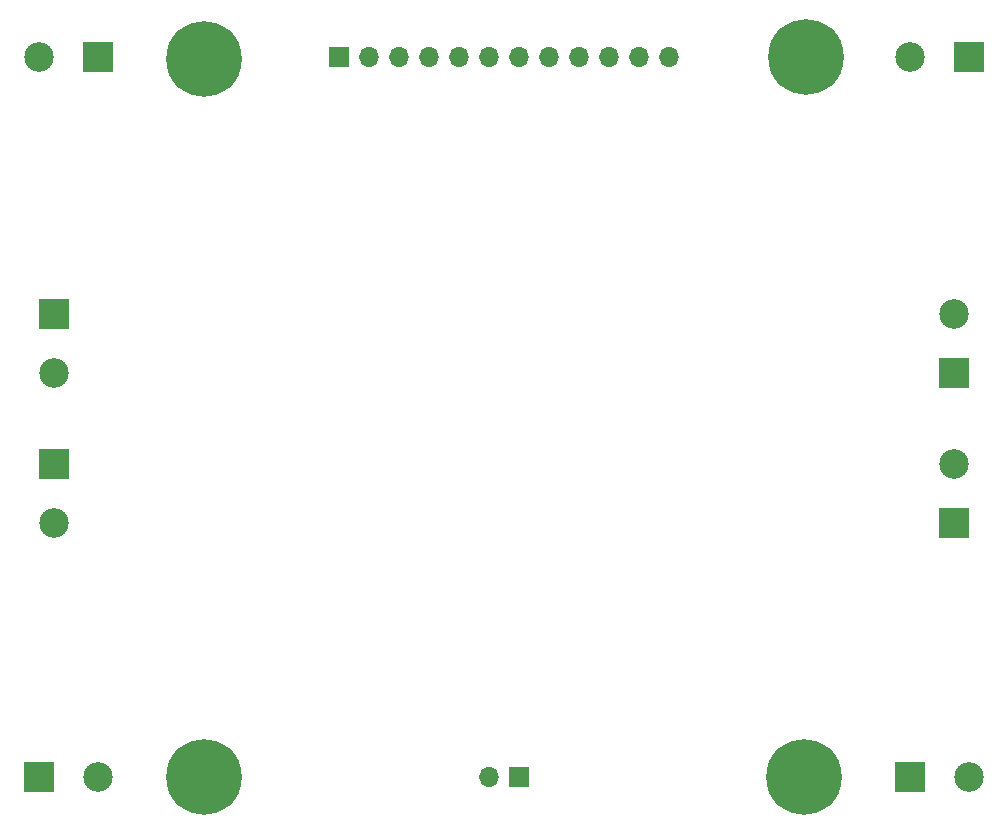
<source format=gbr>
G04 #@! TF.FileFunction,Soldermask,Bot*
%FSLAX46Y46*%
G04 Gerber Fmt 4.6, Leading zero omitted, Abs format (unit mm)*
G04 Created by KiCad (PCBNEW 4.0.6) date Fri Mar 31 14:50:42 2017*
%MOMM*%
%LPD*%
G01*
G04 APERTURE LIST*
%ADD10C,0.088900*%
%ADD11C,2.500000*%
%ADD12R,2.500000X2.500000*%
%ADD13R,1.700000X1.700000*%
%ADD14O,1.700000X1.700000*%
%ADD15C,6.400000*%
G04 APERTURE END LIST*
D10*
D11*
X115443000Y-138430000D03*
D12*
X110443000Y-138430000D03*
D13*
X151130000Y-138430000D03*
D14*
X148590000Y-138430000D03*
D15*
X175387000Y-77470000D03*
X124460000Y-77597000D03*
X175260000Y-138430000D03*
X124460000Y-138430000D03*
D13*
X135890001Y-77470000D03*
D14*
X138430001Y-77470000D03*
X140970001Y-77470000D03*
X143510001Y-77470000D03*
X146050001Y-77470000D03*
X148590001Y-77470000D03*
X151130001Y-77470000D03*
X153670001Y-77470000D03*
X156210001Y-77470000D03*
X158750001Y-77470000D03*
X161290001Y-77470000D03*
X163830001Y-77470000D03*
D11*
X184230000Y-77470000D03*
D12*
X189230000Y-77470000D03*
D11*
X187960000Y-99186998D03*
D12*
X187960000Y-104186998D03*
D11*
X187959999Y-111887001D03*
D12*
X187959999Y-116887001D03*
D11*
X189230000Y-138430000D03*
D12*
X184230000Y-138430000D03*
D11*
X111760000Y-104187000D03*
D12*
X111760000Y-99187000D03*
D11*
X110443000Y-77470000D03*
D12*
X115443000Y-77470000D03*
D11*
X111759998Y-116887001D03*
D12*
X111759998Y-111887001D03*
M02*

</source>
